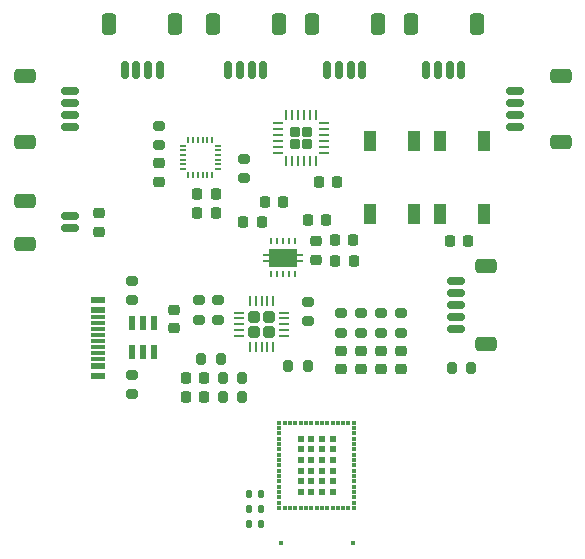
<source format=gbr>
%TF.GenerationSoftware,KiCad,Pcbnew,7.0.10*%
%TF.CreationDate,2024-04-19T21:49:06+08:00*%
%TF.ProjectId,MyProject1_4,4d795072-6f6a-4656-9374-315f342e6b69,rev?*%
%TF.SameCoordinates,Original*%
%TF.FileFunction,Paste,Top*%
%TF.FilePolarity,Positive*%
%FSLAX46Y46*%
G04 Gerber Fmt 4.6, Leading zero omitted, Abs format (unit mm)*
G04 Created by KiCad (PCBNEW 7.0.10) date 2024-04-19 21:49:06*
%MOMM*%
%LPD*%
G01*
G04 APERTURE LIST*
G04 Aperture macros list*
%AMRoundRect*
0 Rectangle with rounded corners*
0 $1 Rounding radius*
0 $2 $3 $4 $5 $6 $7 $8 $9 X,Y pos of 4 corners*
0 Add a 4 corners polygon primitive as box body*
4,1,4,$2,$3,$4,$5,$6,$7,$8,$9,$2,$3,0*
0 Add four circle primitives for the rounded corners*
1,1,$1+$1,$2,$3*
1,1,$1+$1,$4,$5*
1,1,$1+$1,$6,$7*
1,1,$1+$1,$8,$9*
0 Add four rect primitives between the rounded corners*
20,1,$1+$1,$2,$3,$4,$5,0*
20,1,$1+$1,$4,$5,$6,$7,0*
20,1,$1+$1,$6,$7,$8,$9,0*
20,1,$1+$1,$8,$9,$2,$3,0*%
G04 Aperture macros list end*
%ADD10RoundRect,0.150000X-0.625000X0.150000X-0.625000X-0.150000X0.625000X-0.150000X0.625000X0.150000X0*%
%ADD11RoundRect,0.250000X-0.650000X0.350000X-0.650000X-0.350000X0.650000X-0.350000X0.650000X0.350000X0*%
%ADD12RoundRect,0.218750X-0.256250X0.218750X-0.256250X-0.218750X0.256250X-0.218750X0.256250X0.218750X0*%
%ADD13RoundRect,0.140000X0.140000X0.170000X-0.140000X0.170000X-0.140000X-0.170000X0.140000X-0.170000X0*%
%ADD14RoundRect,0.225000X-0.225000X-0.250000X0.225000X-0.250000X0.225000X0.250000X-0.225000X0.250000X0*%
%ADD15RoundRect,0.150000X0.150000X0.625000X-0.150000X0.625000X-0.150000X-0.625000X0.150000X-0.625000X0*%
%ADD16RoundRect,0.250000X0.350000X0.650000X-0.350000X0.650000X-0.350000X-0.650000X0.350000X-0.650000X0*%
%ADD17RoundRect,0.225000X-0.250000X0.225000X-0.250000X-0.225000X0.250000X-0.225000X0.250000X0.225000X0*%
%ADD18RoundRect,0.030000X0.220000X-0.580000X0.220000X0.580000X-0.220000X0.580000X-0.220000X-0.580000X0*%
%ADD19RoundRect,0.218750X0.218750X0.256250X-0.218750X0.256250X-0.218750X-0.256250X0.218750X-0.256250X0*%
%ADD20RoundRect,0.200000X-0.275000X0.200000X-0.275000X-0.200000X0.275000X-0.200000X0.275000X0.200000X0*%
%ADD21R,0.350000X0.350000*%
%ADD22R,0.350000X0.300000*%
%ADD23R,0.300000X0.350000*%
%ADD24R,0.600000X0.600000*%
%ADD25R,0.430000X0.430000*%
%ADD26RoundRect,0.212500X0.212500X0.212500X-0.212500X0.212500X-0.212500X-0.212500X0.212500X-0.212500X0*%
%ADD27RoundRect,0.062500X0.375000X0.062500X-0.375000X0.062500X-0.375000X-0.062500X0.375000X-0.062500X0*%
%ADD28RoundRect,0.062500X0.062500X0.375000X-0.062500X0.375000X-0.062500X-0.375000X0.062500X-0.375000X0*%
%ADD29R,1.150000X0.600000*%
%ADD30R,1.150000X0.300000*%
%ADD31RoundRect,0.225000X0.225000X0.250000X-0.225000X0.250000X-0.225000X-0.250000X0.225000X-0.250000X0*%
%ADD32RoundRect,0.225000X0.250000X-0.225000X0.250000X0.225000X-0.250000X0.225000X-0.250000X-0.225000X0*%
%ADD33RoundRect,0.200000X0.200000X0.275000X-0.200000X0.275000X-0.200000X-0.275000X0.200000X-0.275000X0*%
%ADD34RoundRect,0.150000X0.625000X-0.150000X0.625000X0.150000X-0.625000X0.150000X-0.625000X-0.150000X0*%
%ADD35RoundRect,0.250000X0.650000X-0.350000X0.650000X0.350000X-0.650000X0.350000X-0.650000X-0.350000X0*%
%ADD36RoundRect,0.200000X0.275000X-0.200000X0.275000X0.200000X-0.275000X0.200000X-0.275000X-0.200000X0*%
%ADD37R,1.100000X1.800000*%
%ADD38RoundRect,0.200000X-0.200000X-0.275000X0.200000X-0.275000X0.200000X0.275000X-0.200000X0.275000X0*%
%ADD39RoundRect,0.050000X-0.050000X0.225000X-0.050000X-0.225000X0.050000X-0.225000X0.050000X0.225000X0*%
%ADD40RoundRect,0.050000X-0.225000X-0.050000X0.225000X-0.050000X0.225000X0.050000X-0.225000X0.050000X0*%
%ADD41RoundRect,0.218750X-0.218750X-0.256250X0.218750X-0.256250X0.218750X0.256250X-0.218750X0.256250X0*%
%ADD42O,0.240000X0.600000*%
%ADD43R,2.400000X1.650000*%
%ADD44R,0.500000X0.250000*%
%ADD45RoundRect,0.218750X0.256250X-0.218750X0.256250X0.218750X-0.256250X0.218750X-0.256250X-0.218750X0*%
%ADD46RoundRect,0.250000X-0.255000X-0.255000X0.255000X-0.255000X0.255000X0.255000X-0.255000X0.255000X0*%
%ADD47RoundRect,0.062500X-0.350000X-0.062500X0.350000X-0.062500X0.350000X0.062500X-0.350000X0.062500X0*%
%ADD48RoundRect,0.062500X-0.062500X-0.350000X0.062500X-0.350000X0.062500X0.350000X-0.062500X0.350000X0*%
G04 APERTURE END LIST*
D10*
%TO.C,J6*%
X76200000Y-55700000D03*
X76200000Y-56700000D03*
X76200000Y-57700000D03*
X76200000Y-58700000D03*
D11*
X72325000Y-54400000D03*
X72325000Y-60000000D03*
%TD*%
D12*
%TO.C,D2*%
X102500000Y-77650000D03*
X102500000Y-79225000D03*
%TD*%
D13*
%TO.C,C12*%
X92323000Y-92310000D03*
X91363000Y-92310000D03*
%TD*%
D14*
%TO.C,C5*%
X86950000Y-64400000D03*
X88500000Y-64400000D03*
%TD*%
D15*
%TO.C,J5*%
X83790000Y-53913000D03*
X82790000Y-53913000D03*
X81790000Y-53913000D03*
X80790000Y-53913000D03*
D16*
X85090000Y-50038000D03*
X79490000Y-50038000D03*
%TD*%
D17*
%TO.C,C13*%
X78613000Y-66027000D03*
X78613000Y-67577000D03*
%TD*%
D18*
%TO.C,U2*%
X81400000Y-77801000D03*
X82350000Y-77801000D03*
X83300000Y-77801000D03*
X83300000Y-75311000D03*
X82350000Y-75311000D03*
X81400000Y-75311000D03*
%TD*%
D19*
%TO.C,D5*%
X87550000Y-81600000D03*
X85975000Y-81600000D03*
%TD*%
D13*
%TO.C,C10*%
X92323000Y-89810000D03*
X91363000Y-89810000D03*
%TD*%
D14*
%TO.C,C8*%
X98625000Y-70112500D03*
X100175000Y-70112500D03*
%TD*%
D20*
%TO.C,R8*%
X81395000Y-79693000D03*
X81395000Y-81343000D03*
%TD*%
D21*
%TO.C,U1*%
X100225000Y-91000000D03*
D22*
X100225000Y-90525000D03*
X100225000Y-90075000D03*
X100225000Y-89625000D03*
X100225000Y-89175000D03*
X100225000Y-88725000D03*
X100225000Y-88275000D03*
X100225000Y-87825000D03*
X100225000Y-87375000D03*
X100225000Y-86925000D03*
X100225000Y-86475000D03*
X100225000Y-86025000D03*
X100225000Y-85575000D03*
X100225000Y-85125000D03*
X100225000Y-84675000D03*
X100225000Y-84225000D03*
D21*
X100225000Y-83750000D03*
D23*
X99750000Y-83750000D03*
X99300000Y-83750000D03*
X98850000Y-83750000D03*
X98400000Y-83750000D03*
X97950000Y-83750000D03*
X97500000Y-83750000D03*
X97050000Y-83750000D03*
X96600000Y-83750000D03*
X96150000Y-83750000D03*
X95700000Y-83750000D03*
X95250000Y-83750000D03*
X94800000Y-83750000D03*
X94350000Y-83750000D03*
D21*
X93875000Y-83750000D03*
D22*
X93875000Y-84225000D03*
X93875000Y-84675000D03*
X93875000Y-85125000D03*
X93875000Y-85575000D03*
X93875000Y-86025000D03*
X93875000Y-86475000D03*
X93875000Y-86925000D03*
X93875000Y-87375000D03*
X93875000Y-87825000D03*
X93875000Y-88275000D03*
X93875000Y-88725000D03*
X93875000Y-89175000D03*
X93875000Y-89625000D03*
X93875000Y-90075000D03*
X93875000Y-90525000D03*
D21*
X93875000Y-91000000D03*
D23*
X94350000Y-91000000D03*
X94800000Y-91000000D03*
X95250000Y-91000000D03*
X95700000Y-91000000D03*
X96150000Y-91000000D03*
X96600000Y-91000000D03*
X97050000Y-91000000D03*
X97500000Y-91000000D03*
X97950000Y-91000000D03*
X98400000Y-91000000D03*
X98850000Y-91000000D03*
X99300000Y-91000000D03*
X99750000Y-91000000D03*
D24*
X98400000Y-89625000D03*
X98400000Y-88725000D03*
X98400000Y-87825000D03*
X98400000Y-86925000D03*
X98400000Y-86025000D03*
X98400000Y-85125000D03*
X97500000Y-85125000D03*
X96600000Y-85125000D03*
X95700000Y-85125000D03*
X95700000Y-86025000D03*
X95700000Y-86925000D03*
X95700000Y-87825000D03*
X95700000Y-88725000D03*
X95700000Y-89625000D03*
X96600000Y-89625000D03*
X97500000Y-89625000D03*
X97500000Y-88725000D03*
X97500000Y-87825000D03*
X97500000Y-86925000D03*
X97500000Y-86025000D03*
X96600000Y-86025000D03*
X96600000Y-86925000D03*
X96600000Y-87825000D03*
X96600000Y-88725000D03*
D25*
X100100000Y-93960000D03*
X94000000Y-93960000D03*
%TD*%
D26*
%TO.C,U4*%
X96275000Y-60187500D03*
X96275000Y-59137500D03*
X95225000Y-60187500D03*
X95225000Y-59137500D03*
D27*
X97687500Y-60912500D03*
X97687500Y-60412500D03*
X97687500Y-59912500D03*
X97687500Y-59412500D03*
X97687500Y-58912500D03*
X97687500Y-58412500D03*
D28*
X97000000Y-57725000D03*
X96500000Y-57725000D03*
X96000000Y-57725000D03*
X95500000Y-57725000D03*
X95000000Y-57725000D03*
X94500000Y-57725000D03*
D27*
X93812500Y-58412500D03*
X93812500Y-58912500D03*
X93812500Y-59412500D03*
X93812500Y-59912500D03*
X93812500Y-60412500D03*
X93812500Y-60912500D03*
D28*
X94500000Y-61600000D03*
X95000000Y-61600000D03*
X95500000Y-61600000D03*
X96000000Y-61600000D03*
X96500000Y-61600000D03*
X97000000Y-61600000D03*
%TD*%
D29*
%TO.C,J9*%
X78555000Y-73380000D03*
X78555000Y-74180000D03*
D30*
X78555000Y-75330000D03*
X78555000Y-76330000D03*
X78555000Y-76830000D03*
X78555000Y-77830000D03*
D29*
X78555000Y-79780000D03*
X78555000Y-78980000D03*
D30*
X78555000Y-78330000D03*
X78555000Y-77330000D03*
X78555000Y-75830000D03*
X78555000Y-74830000D03*
%TD*%
D14*
%TO.C,C6*%
X86950000Y-66000000D03*
X88500000Y-66000000D03*
%TD*%
D31*
%TO.C,C1*%
X94200000Y-65100000D03*
X92650000Y-65100000D03*
%TD*%
D15*
%TO.C,J2*%
X109317000Y-53900000D03*
X108317000Y-53900000D03*
X107317000Y-53900000D03*
X106317000Y-53900000D03*
D16*
X110617000Y-50025000D03*
X105017000Y-50025000D03*
%TD*%
D32*
%TO.C,C14*%
X85000000Y-75750000D03*
X85000000Y-74200000D03*
%TD*%
D20*
%TO.C,R3*%
X104190000Y-74500000D03*
X104190000Y-76150000D03*
%TD*%
D33*
%TO.C,R12*%
X96300000Y-78937500D03*
X94650000Y-78937500D03*
%TD*%
D19*
%TO.C,D6*%
X87550000Y-80000000D03*
X85975000Y-80000000D03*
%TD*%
D20*
%TO.C,R5*%
X100800000Y-74500000D03*
X100800000Y-76150000D03*
%TD*%
D34*
%TO.C,J1*%
X113854000Y-58700000D03*
X113854000Y-57700000D03*
X113854000Y-56700000D03*
X113854000Y-55700000D03*
D35*
X117729000Y-60000000D03*
X117729000Y-54400000D03*
%TD*%
D33*
%TO.C,R15*%
X90750000Y-81600000D03*
X89100000Y-81600000D03*
%TD*%
D36*
%TO.C,R9*%
X81395000Y-73406000D03*
X81395000Y-71756000D03*
%TD*%
D37*
%TO.C,SW1*%
X105300000Y-59900000D03*
X105300000Y-66100000D03*
X101600000Y-59900000D03*
X101600000Y-66100000D03*
%TD*%
D36*
%TO.C,R1*%
X83700000Y-60250000D03*
X83700000Y-58600000D03*
%TD*%
D12*
%TO.C,D3*%
X100800000Y-77675000D03*
X100800000Y-79250000D03*
%TD*%
D15*
%TO.C,J4*%
X92553000Y-53900000D03*
X91553000Y-53900000D03*
X90553000Y-53900000D03*
X89553000Y-53900000D03*
D16*
X93853000Y-50025000D03*
X88253000Y-50025000D03*
%TD*%
D14*
%TO.C,C3*%
X98612500Y-68317500D03*
X100162500Y-68317500D03*
%TD*%
D10*
%TO.C,J7*%
X108875000Y-71800000D03*
X108875000Y-72800000D03*
X108875000Y-73800000D03*
X108875000Y-74800000D03*
X108875000Y-75800000D03*
D11*
X111400000Y-70500000D03*
X111400000Y-77100000D03*
%TD*%
D20*
%TO.C,R4*%
X102500000Y-74500000D03*
X102500000Y-76150000D03*
%TD*%
D14*
%TO.C,C9*%
X108325000Y-68400000D03*
X109875000Y-68400000D03*
%TD*%
D38*
%TO.C,R7*%
X108475000Y-79100000D03*
X110125000Y-79100000D03*
%TD*%
D12*
%TO.C,D1*%
X104200000Y-77662500D03*
X104200000Y-79237500D03*
%TD*%
D39*
%TO.C,U3*%
X88200000Y-59800000D03*
X87800000Y-59800000D03*
X87400000Y-59800000D03*
X87000000Y-59800000D03*
X86600000Y-59800000D03*
X86200000Y-59800000D03*
D40*
X85700000Y-60300000D03*
X85700000Y-60700000D03*
X85700000Y-61100000D03*
X85700000Y-61500000D03*
X85700000Y-61900000D03*
X85700000Y-62300000D03*
D39*
X86200000Y-62800000D03*
X86600000Y-62800000D03*
X87000000Y-62800000D03*
X87400000Y-62800000D03*
X87800000Y-62800000D03*
X88200000Y-62800000D03*
D40*
X88700000Y-62300000D03*
X88700000Y-61900000D03*
X88700000Y-61500000D03*
X88700000Y-61100000D03*
X88700000Y-60700000D03*
X88700000Y-60300000D03*
%TD*%
D14*
%TO.C,C4*%
X97225000Y-63400000D03*
X98775000Y-63400000D03*
%TD*%
D36*
%TO.C,R11*%
X88700000Y-75050000D03*
X88700000Y-73400000D03*
%TD*%
D33*
%TO.C,R16*%
X90750000Y-80000000D03*
X89100000Y-80000000D03*
%TD*%
D41*
%TO.C,L1*%
X90825000Y-66800000D03*
X92400000Y-66800000D03*
%TD*%
D14*
%TO.C,C2*%
X96300000Y-66600000D03*
X97850000Y-66600000D03*
%TD*%
D37*
%TO.C,SW2*%
X111200000Y-59900000D03*
X111200000Y-66100000D03*
X107500000Y-59900000D03*
X107500000Y-66100000D03*
%TD*%
D32*
%TO.C,C7*%
X83700000Y-63350000D03*
X83700000Y-61800000D03*
%TD*%
D20*
%TO.C,R10*%
X87100000Y-73400000D03*
X87100000Y-75050000D03*
%TD*%
D42*
%TO.C,U5*%
X95200000Y-68400000D03*
X94700000Y-68400000D03*
X94200000Y-68400000D03*
X93700000Y-68400000D03*
X93200000Y-68400000D03*
X93200000Y-71200000D03*
X93700000Y-71200000D03*
X94200000Y-71200000D03*
X94700000Y-71200000D03*
X95200000Y-71200000D03*
D43*
X94200000Y-69800000D03*
D44*
X95650000Y-69550000D03*
X92750000Y-69550000D03*
X95650000Y-70050000D03*
X92750000Y-70050000D03*
%TD*%
D45*
%TO.C,L2*%
X97000000Y-69987500D03*
X97000000Y-68412500D03*
%TD*%
D36*
%TO.C,R2*%
X90900000Y-63050000D03*
X90900000Y-61400000D03*
%TD*%
D20*
%TO.C,R6*%
X99100000Y-74500000D03*
X99100000Y-76150000D03*
%TD*%
D13*
%TO.C,C11*%
X92323000Y-91070000D03*
X91363000Y-91070000D03*
%TD*%
D46*
%TO.C,U6*%
X91762500Y-74812500D03*
X91762500Y-76062500D03*
X93012500Y-74812500D03*
X93012500Y-76062500D03*
D47*
X90450000Y-74437500D03*
X90450000Y-74937500D03*
X90450000Y-75437500D03*
X90450000Y-75937500D03*
X90450000Y-76437500D03*
D48*
X91387500Y-77375000D03*
X91887500Y-77375000D03*
X92387500Y-77375000D03*
X92887500Y-77375000D03*
X93387500Y-77375000D03*
D47*
X94325000Y-76437500D03*
X94325000Y-75937500D03*
X94325000Y-75437500D03*
X94325000Y-74937500D03*
X94325000Y-74437500D03*
D48*
X93387500Y-73500000D03*
X92887500Y-73500000D03*
X92387500Y-73500000D03*
X91887500Y-73500000D03*
X91387500Y-73500000D03*
%TD*%
D12*
%TO.C,D4*%
X99100000Y-77662500D03*
X99100000Y-79237500D03*
%TD*%
D10*
%TO.C,J8*%
X76200000Y-66294000D03*
X76200000Y-67294000D03*
D11*
X72325000Y-64994000D03*
X72325000Y-68594000D03*
%TD*%
D38*
%TO.C,TH1*%
X87275000Y-78400000D03*
X88925000Y-78400000D03*
%TD*%
D15*
%TO.C,J3*%
X100935000Y-53913000D03*
X99935000Y-53913000D03*
X98935000Y-53913000D03*
X97935000Y-53913000D03*
D16*
X102235000Y-50038000D03*
X96635000Y-50038000D03*
%TD*%
D36*
%TO.C,R13*%
X96350000Y-75162500D03*
X96350000Y-73512500D03*
%TD*%
M02*

</source>
